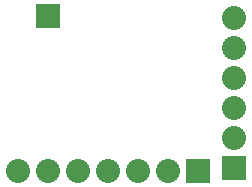
<source format=gbs>
G04 (created by PCBNEW-RS274X (2011-nov-30)-testing) date Tue 24 Apr 2012 11:37:44 PM EDT*
G01*
G70*
G90*
%MOIN*%
G04 Gerber Fmt 3.4, Leading zero omitted, Abs format*
%FSLAX34Y34*%
G04 APERTURE LIST*
%ADD10C,0.006000*%
%ADD11R,0.080000X0.080000*%
%ADD12C,0.080000*%
G04 APERTURE END LIST*
G54D10*
G54D11*
X63500Y-27500D03*
G54D12*
X63500Y-26500D03*
X63500Y-25500D03*
X63500Y-24500D03*
X63500Y-23500D03*
X63500Y-22500D03*
G54D11*
X62299Y-27587D03*
G54D12*
X61299Y-27587D03*
X60299Y-27587D03*
X59299Y-27587D03*
X58299Y-27587D03*
X57299Y-27587D03*
X56299Y-27587D03*
G54D11*
X57283Y-22441D03*
M02*

</source>
